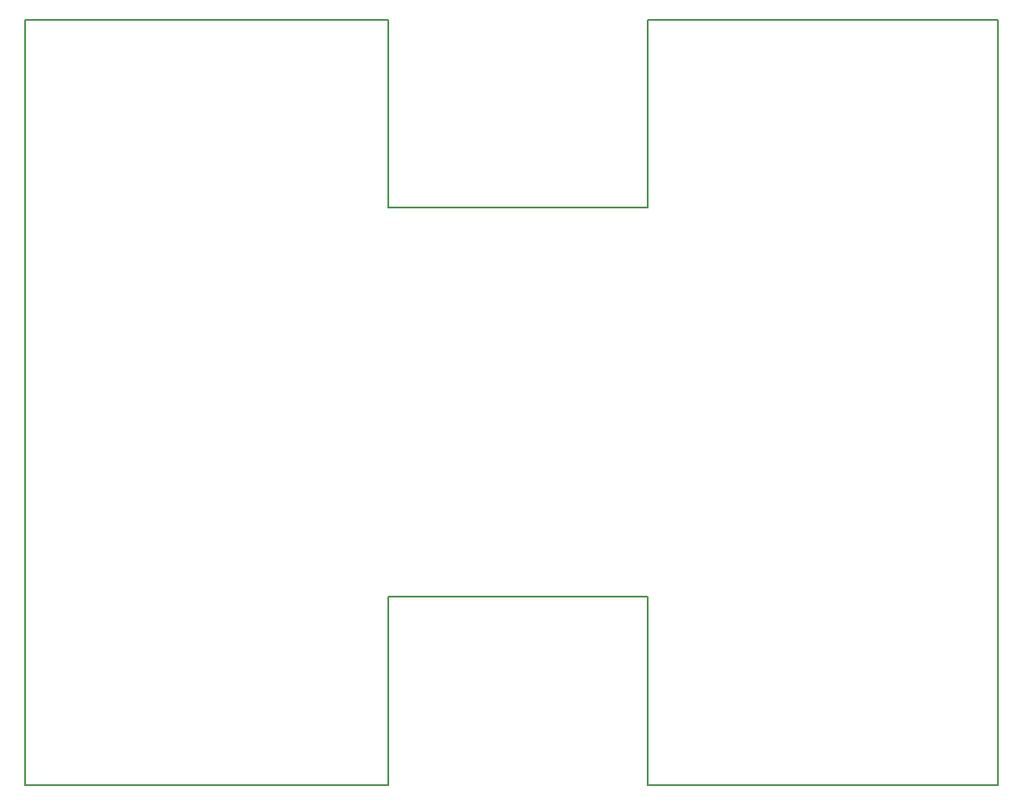
<source format=gbr>
G04 #@! TF.GenerationSoftware,KiCad,Pcbnew,(5.1.8)-1*
G04 #@! TF.CreationDate,2021-02-06T21:19:27+01:00*
G04 #@! TF.ProjectId,DMX2PMX,444d5832-504d-4582-9e6b-696361645f70,rev?*
G04 #@! TF.SameCoordinates,PX21e9a40PY3c8eee0*
G04 #@! TF.FileFunction,Profile,NP*
%FSLAX46Y46*%
G04 Gerber Fmt 4.6, Leading zero omitted, Abs format (unit mm)*
G04 Created by KiCad (PCBNEW (5.1.8)-1) date 2021-02-06 21:19:27*
%MOMM*%
%LPD*%
G01*
G04 APERTURE LIST*
G04 #@! TA.AperFunction,Profile*
%ADD10C,0.150000*%
G04 #@! TD*
G04 APERTURE END LIST*
D10*
X35560000Y0D02*
X35560000Y-18415000D01*
X60960000Y0D02*
X60960000Y-18415000D01*
X35560000Y-18415000D02*
X60960000Y-18415000D01*
X35560000Y-56515000D02*
X60960000Y-56515000D01*
X60960000Y-74930000D02*
X60960000Y-56515000D01*
X35560000Y-74930000D02*
X35560000Y-56515000D01*
X0Y0D02*
X0Y-74930000D01*
X35560000Y0D02*
X0Y0D01*
X35560000Y-74930000D02*
X0Y-74930000D01*
X95250000Y-74930000D02*
X60960000Y-74930000D01*
X95250000Y0D02*
X95250000Y-74930000D01*
X95250000Y0D02*
X60960000Y0D01*
M02*

</source>
